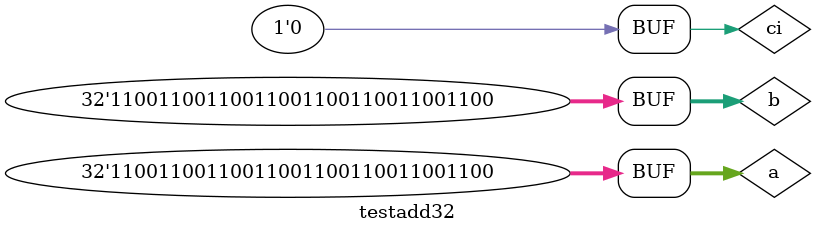
<source format=v>
`timescale 1ns / 1ps


module testadd32;

	// Inputs
	reg [31:0] a;
	reg [31:0] b;
	reg ci;

	// Outputs
	wire [31:0] s;
	wire c0;

	// Instantiate the Unit Under Test (UUT)
	cla32 uut (
		.a(a), 
		.b(b), 
		.ci(ci), 
		.s(s), 
		.c0(c0)
	);

	initial begin
		// Initialize Inputs
		a = 0;
		b = 0;
		ci = 0;

		// Wait 100 ns for global reset to finish
		#100;
        
		// Add stimulus here
		a = 32'h77777777;
		b = 32'hffffffff;
		
		#100;
		
		a = 32'haaaaaaaa;
		b = 32'h55555555;
		
		#100;
		
		a = 32'h00000000;
		b = 32'h00000000;
		
		#100;
		
		a = 32'hcccccccc;
		b = 32'hcccccccc;
	end
      
endmodule


</source>
